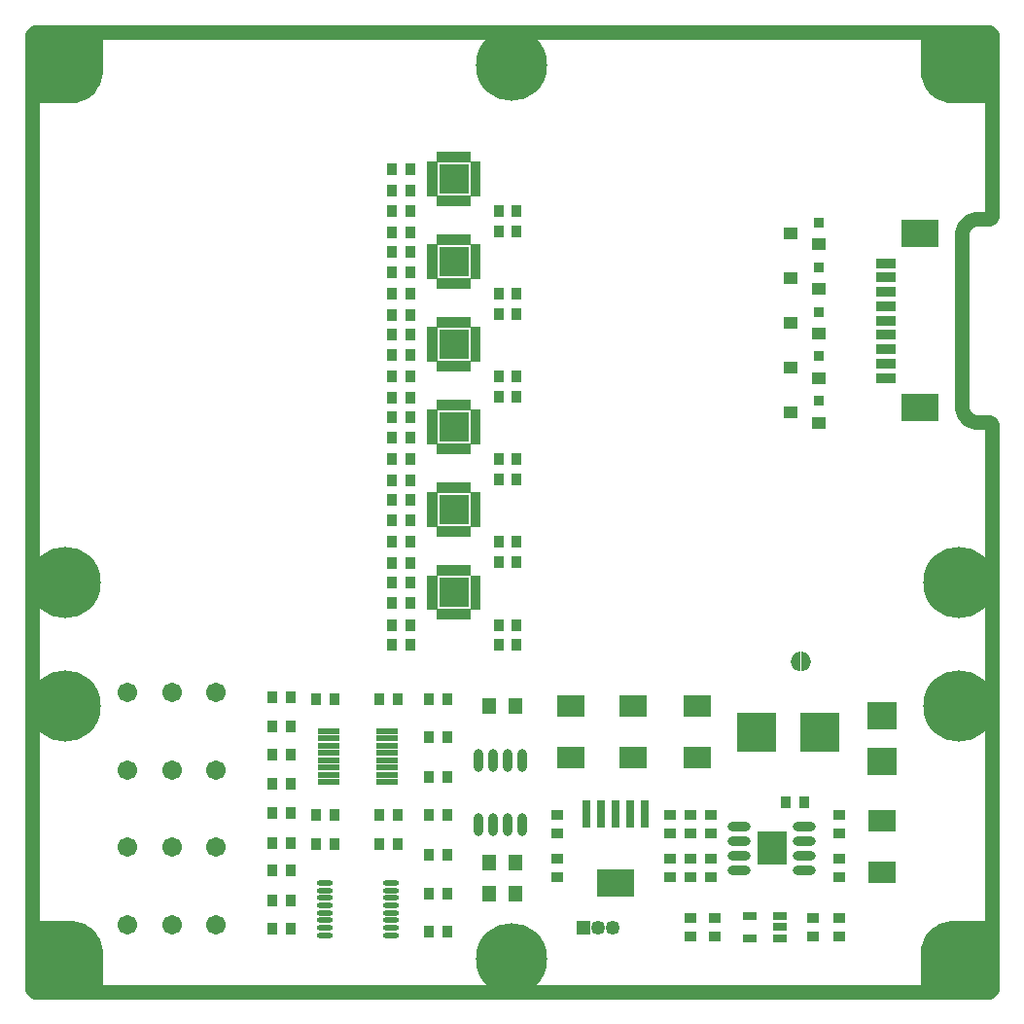
<source format=gbr>
G04*
G04 #@! TF.GenerationSoftware,Altium Limited,Altium Designer,24.1.2 (44)*
G04*
G04 Layer_Color=8388736*
%FSLAX44Y44*%
%MOMM*%
G71*
G04*
G04 #@! TF.SameCoordinates,3BC2EB0B-6767-42E0-924D-B7E7D9DA3A94*
G04*
G04*
G04 #@! TF.FilePolarity,Negative*
G04*
G01*
G75*
%ADD22R,1.2696X1.3462*%
%ADD27R,0.9500X0.9000*%
%ADD29R,1.7018X0.8128*%
%ADD40C,1.2700*%
%ADD41R,2.6000X2.6000*%
%ADD42R,0.9032X1.0032*%
%ADD43O,0.8032X2.0032*%
%ADD44C,1.7032*%
%ADD45R,1.0032X0.9032*%
%ADD46R,1.2032X0.8032*%
%ADD47R,2.4622X1.9796*%
%ADD48R,1.1532X1.1032*%
%ADD49R,2.5032X2.4892*%
%ADD50R,3.3020X2.4130*%
%ADD51R,3.5032X3.3532*%
%ADD52O,2.0032X0.8032*%
%ADD53R,2.5032X3.0032*%
%ADD54R,3.2725X2.4455*%
%ADD55R,0.7325X2.4455*%
%ADD56O,1.4000X0.4500*%
%ADD57R,1.9000X0.5000*%
%ADD58C,1.0032*%
%ADD59C,6.2032*%
%ADD60R,1.2532X1.2532*%
%ADD61C,1.2532*%
%ADD62C,0.6032*%
G36*
X843526Y781000D02*
X809293D01*
Y781000D01*
X807438Y781000D01*
X803761Y781484D01*
X800179Y782444D01*
X796752Y783863D01*
X793540Y785718D01*
X790598Y787975D01*
X787975Y790598D01*
X785718Y793540D01*
X783863Y796752D01*
X782444Y800179D01*
X781484Y803761D01*
X781000Y807438D01*
X781000Y809293D01*
X781000Y843526D01*
X843526D01*
Y781000D01*
D02*
G37*
G36*
X69000Y809293D02*
X69000D01*
X69000Y807438D01*
X68516Y803761D01*
X67556Y800179D01*
X66137Y796752D01*
X64282Y793540D01*
X62024Y790598D01*
X59402Y787975D01*
X56460Y785718D01*
X53248Y783863D01*
X49821Y782444D01*
X46239Y781484D01*
X42562Y781000D01*
X40707Y781000D01*
X6474Y781000D01*
Y843526D01*
X69000D01*
Y809293D01*
D02*
G37*
G36*
X379350Y729499D02*
X369350D01*
Y738549D01*
X379350D01*
Y729499D01*
D02*
G37*
G36*
X389350Y730000D02*
X397899D01*
Y725000D01*
Y720000D01*
X388849D01*
Y725000D01*
Y729499D01*
X379350D01*
Y738549D01*
X389350D01*
Y730000D01*
D02*
G37*
G36*
X369350Y729499D02*
X359851D01*
Y725000D01*
Y720000D01*
X350801D01*
Y725000D01*
Y730000D01*
X359350D01*
Y738549D01*
X369350D01*
Y729499D01*
D02*
G37*
G36*
X397899Y715000D02*
Y710000D01*
X388849D01*
Y715000D01*
Y720000D01*
X397899D01*
Y715000D01*
D02*
G37*
G36*
X359851D02*
Y710000D01*
X350801D01*
Y715000D01*
Y720000D01*
X359851D01*
Y715000D01*
D02*
G37*
G36*
X397899Y705000D02*
Y700000D01*
X389350D01*
Y691451D01*
X379350D01*
Y700501D01*
X388849D01*
Y705000D01*
Y710000D01*
X397899D01*
Y705000D01*
D02*
G37*
G36*
X379350Y691451D02*
X369350D01*
Y700501D01*
X379350D01*
Y691451D01*
D02*
G37*
G36*
X359851Y705000D02*
Y700501D01*
X369350D01*
Y691451D01*
X359350D01*
Y700000D01*
X350801D01*
Y705000D01*
Y710000D01*
X359851D01*
Y705000D01*
D02*
G37*
G36*
X384350Y657499D02*
X364350D01*
Y666549D01*
X384350D01*
Y657499D01*
D02*
G37*
G36*
X389350Y658000D02*
X397899D01*
Y653000D01*
X388849D01*
Y657499D01*
X384350D01*
Y666549D01*
X389350D01*
Y658000D01*
D02*
G37*
G36*
X364350Y657499D02*
X359851D01*
Y653000D01*
X350801D01*
Y658000D01*
X359350D01*
Y666549D01*
X364350D01*
Y657499D01*
D02*
G37*
G36*
X397899Y648000D02*
Y643000D01*
Y638000D01*
Y633000D01*
X388849D01*
Y638000D01*
Y643000D01*
Y648000D01*
Y653000D01*
X397899D01*
Y648000D01*
D02*
G37*
G36*
X359851D02*
Y643000D01*
Y638000D01*
Y633000D01*
X350801D01*
Y638000D01*
Y643000D01*
Y648000D01*
Y653000D01*
X359851D01*
Y648000D01*
D02*
G37*
G36*
X397899Y628000D02*
X389350D01*
Y619451D01*
X384350D01*
Y628501D01*
X388849D01*
Y633000D01*
X397899D01*
Y628000D01*
D02*
G37*
G36*
X384350Y619451D02*
X364350D01*
Y628501D01*
X384350D01*
Y619451D01*
D02*
G37*
G36*
X359851Y628501D02*
X364350D01*
Y619451D01*
X359350D01*
Y628000D01*
X350801D01*
Y633000D01*
X359851D01*
Y628501D01*
D02*
G37*
G36*
X379350Y585499D02*
X369350D01*
Y594549D01*
X379350D01*
Y585499D01*
D02*
G37*
G36*
X389350Y586000D02*
X397899D01*
Y581000D01*
Y576000D01*
X388849D01*
Y581000D01*
Y585499D01*
X379350D01*
Y594549D01*
X389350D01*
Y586000D01*
D02*
G37*
G36*
X369350Y585499D02*
X359851D01*
Y581000D01*
Y576000D01*
X350801D01*
Y581000D01*
Y586000D01*
X359350D01*
Y594549D01*
X369350D01*
Y585499D01*
D02*
G37*
G36*
X397899Y571000D02*
Y566000D01*
X388849D01*
Y571000D01*
Y576000D01*
X397899D01*
Y571000D01*
D02*
G37*
G36*
X359851D02*
Y566000D01*
X350801D01*
Y571000D01*
Y576000D01*
X359851D01*
Y571000D01*
D02*
G37*
G36*
X397899Y561000D02*
Y556000D01*
X389350D01*
Y547451D01*
X379350D01*
Y556501D01*
X388849D01*
Y561000D01*
Y566000D01*
X397899D01*
Y561000D01*
D02*
G37*
G36*
X379350Y547451D02*
X369350D01*
Y556501D01*
X379350D01*
Y547451D01*
D02*
G37*
G36*
X359851Y561000D02*
Y556501D01*
X369350D01*
Y547451D01*
X359350D01*
Y556000D01*
X350801D01*
Y561000D01*
Y566000D01*
X359851D01*
Y561000D01*
D02*
G37*
G36*
X379350Y513499D02*
X369350D01*
Y522549D01*
X379350D01*
Y513499D01*
D02*
G37*
G36*
X389350Y514000D02*
X397899D01*
Y509000D01*
Y504000D01*
X388849D01*
Y509000D01*
Y513499D01*
X379350D01*
Y522549D01*
X389350D01*
Y514000D01*
D02*
G37*
G36*
X369350Y513499D02*
X359851D01*
Y509000D01*
Y504000D01*
X350801D01*
Y509000D01*
Y514000D01*
X359350D01*
Y522549D01*
X369350D01*
Y513499D01*
D02*
G37*
G36*
X397899Y499000D02*
Y494000D01*
X388849D01*
Y499000D01*
Y504000D01*
X397899D01*
Y499000D01*
D02*
G37*
G36*
X359851D02*
Y494000D01*
X350801D01*
Y499000D01*
Y504000D01*
X359851D01*
Y499000D01*
D02*
G37*
G36*
X397899Y489000D02*
Y484000D01*
X389350D01*
Y475451D01*
X379350D01*
Y484501D01*
X388849D01*
Y489000D01*
Y494000D01*
X397899D01*
Y489000D01*
D02*
G37*
G36*
X379350Y475451D02*
X369350D01*
Y484501D01*
X379350D01*
Y475451D01*
D02*
G37*
G36*
X359851Y489000D02*
Y484501D01*
X369350D01*
Y475451D01*
X359350D01*
Y484000D01*
X350801D01*
Y489000D01*
Y494000D01*
X359851D01*
Y489000D01*
D02*
G37*
G36*
X379350Y441499D02*
X369350D01*
Y450549D01*
X379350D01*
Y441499D01*
D02*
G37*
G36*
X389350Y442000D02*
X397899D01*
Y437000D01*
Y432000D01*
X388849D01*
Y437000D01*
Y441499D01*
X379350D01*
Y450549D01*
X389350D01*
Y442000D01*
D02*
G37*
G36*
X369350Y441499D02*
X359851D01*
Y437000D01*
Y432000D01*
X350801D01*
Y437000D01*
Y442000D01*
X359350D01*
Y450549D01*
X369350D01*
Y441499D01*
D02*
G37*
G36*
X397899Y427000D02*
Y422000D01*
X388849D01*
Y427000D01*
Y432000D01*
X397899D01*
Y427000D01*
D02*
G37*
G36*
X359851D02*
Y422000D01*
X350801D01*
Y427000D01*
Y432000D01*
X359851D01*
Y427000D01*
D02*
G37*
G36*
X397899Y417000D02*
Y412000D01*
X389350D01*
Y403451D01*
X379350D01*
Y412501D01*
X388849D01*
Y417000D01*
Y422000D01*
X397899D01*
Y417000D01*
D02*
G37*
G36*
X379350Y403451D02*
X369350D01*
Y412501D01*
X379350D01*
Y403451D01*
D02*
G37*
G36*
X359851Y417000D02*
Y412501D01*
X369350D01*
Y403451D01*
X359350D01*
Y412000D01*
X350801D01*
Y417000D01*
Y422000D01*
X359851D01*
Y417000D01*
D02*
G37*
G36*
X379350Y369499D02*
X369350D01*
Y378549D01*
X379350D01*
Y369499D01*
D02*
G37*
G36*
X389350Y370000D02*
X397899D01*
Y365000D01*
Y360000D01*
X388849D01*
Y365000D01*
Y369499D01*
X379350D01*
Y378549D01*
X389350D01*
Y370000D01*
D02*
G37*
G36*
X369350Y369499D02*
X359851D01*
Y365000D01*
Y360000D01*
X350801D01*
Y365000D01*
Y370000D01*
X359350D01*
Y378549D01*
X369350D01*
Y369499D01*
D02*
G37*
G36*
X397899Y355000D02*
Y350000D01*
X388849D01*
Y355000D01*
Y360000D01*
X397899D01*
Y355000D01*
D02*
G37*
G36*
X359851D02*
Y350000D01*
X350801D01*
Y355000D01*
Y360000D01*
X359851D01*
Y355000D01*
D02*
G37*
G36*
X397899Y345000D02*
Y340000D01*
X389350D01*
Y331451D01*
X379350D01*
Y340501D01*
X388849D01*
Y345000D01*
Y350000D01*
X397899D01*
Y345000D01*
D02*
G37*
G36*
X379350Y331451D02*
X369350D01*
Y340501D01*
X379350D01*
Y331451D01*
D02*
G37*
G36*
X359851Y345000D02*
Y340501D01*
X369350D01*
Y331451D01*
X359350D01*
Y340000D01*
X350801D01*
Y345000D01*
Y350000D01*
X359851D01*
Y345000D01*
D02*
G37*
G36*
X675222Y303401D02*
X675266Y303400D01*
X675288Y303397D01*
X675311Y303396D01*
X675354Y303387D01*
X675398Y303380D01*
X675419Y303374D01*
X675441Y303370D01*
X675484Y303355D01*
X675526Y303343D01*
X675546Y303334D01*
X675567Y303327D01*
X675608Y303307D01*
X675648Y303289D01*
X675667Y303278D01*
X675687Y303268D01*
X675724Y303243D01*
X675762Y303220D01*
X675779Y303206D01*
X675798Y303194D01*
X675831Y303164D01*
X675865Y303137D01*
X675881Y303121D01*
X675898Y303106D01*
X675927Y303072D01*
X675958Y303041D01*
X675971Y303023D01*
X675985Y303006D01*
X676010Y302969D01*
X676036Y302933D01*
X676047Y302914D01*
X676059Y302895D01*
X676079Y302855D01*
X676100Y302816D01*
X676108Y302796D01*
X676118Y302776D01*
X676133Y302733D01*
X676149Y302692D01*
X676154Y302671D01*
X676161Y302650D01*
X676170Y302606D01*
X676180Y302563D01*
X676183Y302541D01*
X676187Y302519D01*
X676190Y302474D01*
X676195Y302430D01*
X676194Y302409D01*
X676196Y302386D01*
X676196Y287614D01*
X676194Y287592D01*
X676195Y287570D01*
X676190Y287525D01*
X676187Y287481D01*
X676183Y287459D01*
X676180Y287437D01*
X676170Y287394D01*
X676161Y287350D01*
X676154Y287329D01*
X676149Y287308D01*
X676133Y287267D01*
X676118Y287224D01*
X676108Y287204D01*
X676100Y287184D01*
X676079Y287145D01*
X676059Y287105D01*
X676047Y287087D01*
X676036Y287067D01*
X676010Y287031D01*
X675985Y286994D01*
X675971Y286977D01*
X675957Y286959D01*
X675927Y286927D01*
X675898Y286894D01*
X675881Y286879D01*
X675865Y286863D01*
X675831Y286835D01*
X675797Y286806D01*
X675779Y286794D01*
X675762Y286780D01*
X675724Y286757D01*
X675687Y286732D01*
X675667Y286722D01*
X675648Y286711D01*
X675607Y286693D01*
X675567Y286673D01*
X675546Y286666D01*
X675526Y286657D01*
X675483Y286645D01*
X675441Y286630D01*
X675419Y286626D01*
X675398Y286620D01*
X675354Y286613D01*
X675311Y286604D01*
X675288Y286603D01*
X675266Y286600D01*
X675222Y286599D01*
X675178Y286596D01*
X675155Y286597D01*
X675133Y286597D01*
X675089Y286602D01*
X675045Y286604D01*
X675023Y286609D01*
X675001Y286611D01*
X674484Y286702D01*
X674480Y286703D01*
X674476Y286704D01*
X674415Y286719D01*
X674355Y286734D01*
X674351Y286735D01*
X674346Y286737D01*
X673349Y287061D01*
X673345Y287062D01*
X673341Y287064D01*
X673283Y287087D01*
X673225Y287110D01*
X673221Y287112D01*
X673217Y287114D01*
X672274Y287574D01*
X672271Y287576D01*
X672266Y287578D01*
X672212Y287609D01*
X672159Y287640D01*
X672155Y287643D01*
X672151Y287645D01*
X671282Y288231D01*
X671279Y288234D01*
X671275Y288236D01*
X671224Y288276D01*
X671177Y288313D01*
X671174Y288316D01*
X671170Y288319D01*
X670390Y289021D01*
X670387Y289024D01*
X670384Y289027D01*
X670341Y289072D01*
X670297Y289116D01*
X670295Y289119D01*
X670292Y289123D01*
X669618Y289926D01*
X669615Y289930D01*
X669612Y289933D01*
X669576Y289983D01*
X669539Y290034D01*
X669537Y290038D01*
X669534Y290041D01*
X668978Y290931D01*
X668976Y290935D01*
X668974Y290938D01*
X668945Y290993D01*
X668915Y291048D01*
X668914Y291052D01*
X668912Y291056D01*
X668485Y292015D01*
X668483Y292019D01*
X668481Y292023D01*
X668461Y292080D01*
X668439Y292139D01*
X668438Y292144D01*
X668436Y292148D01*
X668147Y293156D01*
X668146Y293160D01*
X668145Y293165D01*
X668132Y293226D01*
X668119Y293286D01*
X668119Y293291D01*
X668118Y293295D01*
X667972Y294334D01*
X667971Y294338D01*
X667971Y294343D01*
X667966Y294405D01*
X667962Y294467D01*
X667962Y294471D01*
X667962Y294476D01*
Y295524D01*
X667962Y295529D01*
X667962Y295533D01*
X667966Y295595D01*
X667971Y295657D01*
X667971Y295662D01*
X667972Y295666D01*
X668118Y296705D01*
X668119Y296709D01*
X668119Y296714D01*
X668132Y296774D01*
X668145Y296835D01*
X668146Y296840D01*
X668147Y296844D01*
X668436Y297852D01*
X668438Y297856D01*
X668439Y297861D01*
X668461Y297920D01*
X668481Y297977D01*
X668483Y297981D01*
X668485Y297985D01*
X668912Y298944D01*
X668914Y298948D01*
X668915Y298952D01*
X668945Y299007D01*
X668974Y299062D01*
X668976Y299065D01*
X668978Y299069D01*
X669534Y299959D01*
X669537Y299962D01*
X669539Y299966D01*
X669575Y300016D01*
X669612Y300067D01*
X669615Y300070D01*
X669618Y300074D01*
X670292Y300877D01*
X670295Y300880D01*
X670297Y300884D01*
X670341Y300928D01*
X670384Y300973D01*
X670387Y300976D01*
X670390Y300979D01*
X671170Y301681D01*
X671173Y301684D01*
X671177Y301687D01*
X671225Y301724D01*
X671275Y301764D01*
X671279Y301766D01*
X671282Y301769D01*
X672151Y302355D01*
X672155Y302357D01*
X672159Y302360D01*
X672213Y302391D01*
X672266Y302422D01*
X672271Y302424D01*
X672274Y302426D01*
X673217Y302886D01*
X673221Y302888D01*
X673225Y302890D01*
X673283Y302913D01*
X673341Y302936D01*
X673345Y302938D01*
X673349Y302939D01*
X674346Y303263D01*
X674351Y303264D01*
X674355Y303266D01*
X674414Y303281D01*
X674475Y303296D01*
X674480Y303297D01*
X674484Y303298D01*
X675001Y303389D01*
X675023Y303391D01*
X675045Y303396D01*
X675089Y303398D01*
X675133Y303403D01*
X675155Y303403D01*
X675178Y303404D01*
X675178D01*
X675222Y303401D01*
D02*
G37*
G36*
X677804Y303403D02*
X677827Y303403D01*
X677871Y303398D01*
X677915Y303396D01*
X677937Y303391D01*
X677959Y303389D01*
X678476Y303298D01*
X678480Y303297D01*
X678484Y303296D01*
X678545Y303281D01*
X678605Y303266D01*
X678609Y303264D01*
X678614Y303263D01*
X679611Y302939D01*
X679615Y302938D01*
X679620Y302936D01*
X679677Y302913D01*
X679735Y302890D01*
X679739Y302888D01*
X679743Y302886D01*
X680686Y302426D01*
X680689Y302424D01*
X680694Y302422D01*
X680748Y302391D01*
X680801Y302360D01*
X680805Y302357D01*
X680808Y302355D01*
X681678Y301769D01*
X681682Y301766D01*
X681685Y301764D01*
X681736Y301724D01*
X681783Y301687D01*
X681786Y301684D01*
X681790Y301681D01*
X682570Y300979D01*
X682573Y300976D01*
X682576Y300973D01*
X682619Y300928D01*
X682662Y300884D01*
X682665Y300880D01*
X682668Y300877D01*
X683342Y300074D01*
X683345Y300070D01*
X683348Y300067D01*
X683384Y300017D01*
X683421Y299966D01*
X683423Y299962D01*
X683426Y299959D01*
X683982Y299069D01*
X683984Y299065D01*
X683986Y299062D01*
X684015Y299007D01*
X684045Y298952D01*
X684046Y298948D01*
X684048Y298944D01*
X684475Y297985D01*
X684477Y297981D01*
X684479Y297977D01*
X684499Y297920D01*
X684521Y297861D01*
X684522Y297856D01*
X684524Y297852D01*
X684813Y296844D01*
X684814Y296840D01*
X684815Y296835D01*
X684828Y296774D01*
X684841Y296714D01*
X684841Y296709D01*
X684842Y296705D01*
X684988Y295666D01*
X684989Y295662D01*
X684989Y295657D01*
X684994Y295595D01*
X684998Y295533D01*
X684998Y295529D01*
X684998Y295524D01*
Y294476D01*
X684998Y294471D01*
X684998Y294467D01*
X684994Y294405D01*
X684989Y294343D01*
X684989Y294338D01*
X684988Y294334D01*
X684842Y293295D01*
X684841Y293291D01*
X684841Y293286D01*
X684828Y293226D01*
X684815Y293165D01*
X684814Y293160D01*
X684813Y293156D01*
X684524Y292148D01*
X684522Y292144D01*
X684521Y292139D01*
X684499Y292080D01*
X684479Y292023D01*
X684477Y292019D01*
X684475Y292015D01*
X684048Y291056D01*
X684046Y291052D01*
X684045Y291048D01*
X684015Y290993D01*
X683986Y290938D01*
X683984Y290935D01*
X683982Y290931D01*
X683426Y290041D01*
X683423Y290037D01*
X683421Y290034D01*
X683385Y289984D01*
X683348Y289933D01*
X683345Y289930D01*
X683342Y289926D01*
X682668Y289123D01*
X682665Y289119D01*
X682662Y289116D01*
X682619Y289072D01*
X682576Y289027D01*
X682573Y289024D01*
X682570Y289021D01*
X681790Y288319D01*
X681786Y288316D01*
X681783Y288313D01*
X681735Y288276D01*
X681685Y288236D01*
X681682Y288234D01*
X681678Y288231D01*
X680808Y287645D01*
X680805Y287643D01*
X680801Y287640D01*
X680747Y287609D01*
X680694Y287578D01*
X680689Y287576D01*
X680686Y287574D01*
X679743Y287114D01*
X679739Y287112D01*
X679735Y287110D01*
X679677Y287087D01*
X679620Y287064D01*
X679615Y287062D01*
X679611Y287061D01*
X678614Y286737D01*
X678609Y286735D01*
X678605Y286734D01*
X678546Y286719D01*
X678484Y286704D01*
X678480Y286703D01*
X678476Y286702D01*
X677959Y286611D01*
X677937Y286609D01*
X677915Y286604D01*
X677871Y286602D01*
X677827Y286597D01*
X677804Y286597D01*
X677782Y286596D01*
X677782D01*
X677738Y286599D01*
X677694Y286600D01*
X677672Y286603D01*
X677649Y286604D01*
X677606Y286613D01*
X677562Y286620D01*
X677541Y286626D01*
X677519Y286630D01*
X677476Y286645D01*
X677434Y286657D01*
X677414Y286666D01*
X677393Y286673D01*
X677353Y286693D01*
X677312Y286711D01*
X677293Y286722D01*
X677273Y286732D01*
X677236Y286757D01*
X677198Y286780D01*
X677181Y286794D01*
X677162Y286806D01*
X677129Y286836D01*
X677094Y286863D01*
X677079Y286879D01*
X677062Y286894D01*
X677033Y286928D01*
X677002Y286959D01*
X676989Y286977D01*
X676975Y286994D01*
X676950Y287031D01*
X676924Y287067D01*
X676913Y287086D01*
X676901Y287105D01*
X676881Y287145D01*
X676860Y287184D01*
X676852Y287204D01*
X676842Y287224D01*
X676827Y287267D01*
X676811Y287308D01*
X676806Y287329D01*
X676799Y287350D01*
X676790Y287394D01*
X676780Y287437D01*
X676777Y287459D01*
X676773Y287481D01*
X676770Y287526D01*
X676765Y287570D01*
X676766Y287591D01*
X676764Y287614D01*
X676764Y302386D01*
X676766Y302408D01*
X676765Y302430D01*
X676770Y302475D01*
X676773Y302519D01*
X676777Y302541D01*
X676780Y302563D01*
X676790Y302606D01*
X676799Y302650D01*
X676806Y302671D01*
X676811Y302692D01*
X676827Y302733D01*
X676842Y302776D01*
X676852Y302796D01*
X676860Y302816D01*
X676881Y302855D01*
X676901Y302895D01*
X676913Y302913D01*
X676924Y302933D01*
X676950Y302969D01*
X676975Y303006D01*
X676989Y303023D01*
X677002Y303041D01*
X677033Y303072D01*
X677062Y303106D01*
X677079Y303121D01*
X677094Y303137D01*
X677129Y303165D01*
X677162Y303194D01*
X677181Y303206D01*
X677198Y303220D01*
X677236Y303243D01*
X677273Y303268D01*
X677293Y303278D01*
X677312Y303289D01*
X677353Y303307D01*
X677393Y303327D01*
X677414Y303334D01*
X677434Y303343D01*
X677476Y303355D01*
X677519Y303370D01*
X677541Y303374D01*
X677562Y303380D01*
X677606Y303387D01*
X677650Y303396D01*
X677672Y303397D01*
X677694Y303400D01*
X677738Y303401D01*
X677782Y303404D01*
X677804Y303403D01*
D02*
G37*
G36*
X843526Y6474D02*
X781000D01*
Y40707D01*
X781000Y40707D01*
X781000Y40707D01*
X781000Y42562D01*
X781484Y46239D01*
X782444Y49821D01*
X783863Y53248D01*
X785718Y56460D01*
X787975Y59402D01*
X790598Y62024D01*
X793540Y64282D01*
X796752Y66137D01*
X800179Y67556D01*
X803761Y68516D01*
X807438Y69000D01*
X809293Y69000D01*
X843526Y69000D01*
Y6474D01*
D02*
G37*
G36*
X40707Y69000D02*
X42562Y69000D01*
X46239Y68516D01*
X49821Y67556D01*
X53248Y66137D01*
X56460Y64282D01*
X59402Y62024D01*
X62024Y59402D01*
X64282Y56460D01*
X66137Y53248D01*
X67556Y49821D01*
X68516Y46239D01*
X69000Y42562D01*
X69000Y40707D01*
X69000D01*
X69000Y40707D01*
Y6474D01*
X6474D01*
Y69000D01*
X40707Y69000D01*
D02*
G37*
D22*
X428216Y93119D02*
D03*
X405352D02*
D03*
X428216Y119554D02*
D03*
X405352D02*
D03*
X427604Y256278D02*
D03*
X404740D02*
D03*
D27*
X692484Y521644D02*
D03*
Y560536D02*
D03*
Y599428D02*
D03*
Y638320D02*
D03*
Y677211D02*
D03*
D29*
X750955Y541752D02*
D03*
Y554252D02*
D03*
Y566752D02*
D03*
Y579252D02*
D03*
Y591752D02*
D03*
Y604252D02*
D03*
Y616752D02*
D03*
Y629252D02*
D03*
Y641752D02*
D03*
D40*
X843150Y500497D02*
X842227Y502724D01*
X840000Y503647D01*
X838000Y6850D02*
X840575Y7540D01*
X842460Y9425D01*
X843150Y12000D01*
X840000Y679908D02*
X842227Y680830D01*
X843150Y683057D01*
X12000Y843150D02*
X9425Y842460D01*
X7540Y840575D01*
X6850Y838000D01*
X843150Y838000D02*
X842460Y840575D01*
X840575Y842460D01*
X838000Y843150D01*
X6850Y12000D02*
X7540Y9425D01*
X9425Y7540D01*
X12000Y6850D01*
X828860Y679908D02*
X826223Y679610D01*
X823719Y678734D01*
X821472Y677322D01*
X819595Y675446D01*
X818184Y673199D01*
X817307Y670694D01*
X817010Y668057D01*
Y515497D02*
X817307Y512860D01*
X818184Y510356D01*
X819595Y508109D01*
X821472Y506232D01*
X823719Y504821D01*
X826223Y503944D01*
X828860Y503647D01*
X843150Y683099D02*
Y838000D01*
X12059Y6850D02*
X838000D01*
X828860Y679908D02*
X840000D01*
X6850Y12000D02*
Y837941D01*
X843150Y12042D02*
Y500497D01*
X817010Y515497D02*
Y668057D01*
X828860Y503647D02*
X840000D01*
X12000Y843150D02*
X837941D01*
D41*
X374350Y715000D02*
D03*
Y643000D02*
D03*
Y571000D02*
D03*
Y499000D02*
D03*
Y427000D02*
D03*
Y355000D02*
D03*
D42*
X232548Y263917D02*
D03*
X216548D02*
D03*
X320459Y723083D02*
D03*
X336459D02*
D03*
X336457Y704950D02*
D03*
X320457D02*
D03*
X320459Y651628D02*
D03*
X336459D02*
D03*
X336457Y633672D02*
D03*
X320457D02*
D03*
X320459Y579628D02*
D03*
X336459D02*
D03*
X336457Y561672D02*
D03*
X320457D02*
D03*
X320459Y507628D02*
D03*
X336459D02*
D03*
X336457Y489672D02*
D03*
X320457D02*
D03*
X320459Y435628D02*
D03*
X336459D02*
D03*
X336457Y417672D02*
D03*
X320457D02*
D03*
X320459Y363628D02*
D03*
X336459D02*
D03*
X336457Y345671D02*
D03*
X320457D02*
D03*
X320458Y452684D02*
D03*
X336458D02*
D03*
X232548Y136981D02*
D03*
X216548D02*
D03*
Y163088D02*
D03*
X232548D02*
D03*
X216548Y188295D02*
D03*
X232548D02*
D03*
X216548Y213503D02*
D03*
X232548D02*
D03*
X232550Y238710D02*
D03*
X216550D02*
D03*
X216550Y112674D02*
D03*
X232550D02*
D03*
X232549Y86567D02*
D03*
X216549D02*
D03*
X216548Y62260D02*
D03*
X232548D02*
D03*
X309710Y135881D02*
D03*
X325710D02*
D03*
X336458Y309184D02*
D03*
X320458D02*
D03*
X663560Y172720D02*
D03*
X679560D02*
D03*
X270441Y135881D02*
D03*
X254441D02*
D03*
X254442Y261917D02*
D03*
X270442D02*
D03*
X325711D02*
D03*
X309711D02*
D03*
X270442Y161088D02*
D03*
X254442D02*
D03*
X309711D02*
D03*
X325711D02*
D03*
X368679Y229057D02*
D03*
X352679D02*
D03*
X352681Y161539D02*
D03*
X368681D02*
D03*
X352680Y194398D02*
D03*
X368680D02*
D03*
X368680Y261917D02*
D03*
X352680D02*
D03*
X368680Y126879D02*
D03*
X352680D02*
D03*
X368680Y59360D02*
D03*
X352680D02*
D03*
X368680Y93119D02*
D03*
X352680D02*
D03*
X413244Y470816D02*
D03*
X429244D02*
D03*
X413244Y686816D02*
D03*
X429244D02*
D03*
X429242Y669584D02*
D03*
X413242D02*
D03*
X413244Y614816D02*
D03*
X429244D02*
D03*
X429242Y597584D02*
D03*
X413242D02*
D03*
X413244Y542816D02*
D03*
X429244D02*
D03*
X429242Y525584D02*
D03*
X413242D02*
D03*
X429242Y453584D02*
D03*
X413242D02*
D03*
X413244Y398816D02*
D03*
X429244D02*
D03*
X429242Y381584D02*
D03*
X413242D02*
D03*
Y326814D02*
D03*
X429242D02*
D03*
Y309584D02*
D03*
X413242D02*
D03*
X320458Y614816D02*
D03*
X336458D02*
D03*
X320458Y668684D02*
D03*
X336458D02*
D03*
X320458Y542816D02*
D03*
X336458D02*
D03*
X320458Y596684D02*
D03*
X336458D02*
D03*
X320458Y524684D02*
D03*
X336458D02*
D03*
X320458Y380684D02*
D03*
X336458D02*
D03*
Y470816D02*
D03*
X320458D02*
D03*
Y398816D02*
D03*
X336458D02*
D03*
X320460Y326814D02*
D03*
X336460D02*
D03*
X320458Y686816D02*
D03*
X336458D02*
D03*
D43*
X434072Y208922D02*
D03*
X421372D02*
D03*
X408672D02*
D03*
X395972D02*
D03*
X434072Y152422D02*
D03*
X421372D02*
D03*
X408672D02*
D03*
X395972D02*
D03*
D44*
X90000Y267627D02*
D03*
X167640Y267627D02*
D03*
X128820D02*
D03*
X167640Y200373D02*
D03*
X128820D02*
D03*
X90000D02*
D03*
Y65866D02*
D03*
X128820D02*
D03*
X167640D02*
D03*
Y133120D02*
D03*
X128820D02*
D03*
X90000D02*
D03*
D45*
X709740Y71671D02*
D03*
Y55671D02*
D03*
X580670Y71671D02*
D03*
Y55671D02*
D03*
X687080D02*
D03*
Y71671D02*
D03*
X601970D02*
D03*
Y55671D02*
D03*
X709740Y123053D02*
D03*
Y107053D02*
D03*
X580670Y123054D02*
D03*
Y107054D02*
D03*
X709740Y161169D02*
D03*
Y145169D02*
D03*
X580670Y161170D02*
D03*
Y145170D02*
D03*
X597970Y123054D02*
D03*
Y107054D02*
D03*
Y161170D02*
D03*
Y145170D02*
D03*
X562469Y107054D02*
D03*
Y123054D02*
D03*
X464820Y107054D02*
D03*
Y123054D02*
D03*
Y145169D02*
D03*
Y161169D02*
D03*
X562469Y145169D02*
D03*
Y161169D02*
D03*
D46*
X632410Y54171D02*
D03*
Y73171D02*
D03*
X657910D02*
D03*
Y63671D02*
D03*
Y54171D02*
D03*
D47*
X747061Y156464D02*
D03*
Y111760D02*
D03*
X586740Y211328D02*
D03*
Y256032D02*
D03*
X530860D02*
D03*
Y211328D02*
D03*
X476120Y256151D02*
D03*
Y211447D02*
D03*
D48*
X667484Y512144D02*
D03*
X692484Y502644D02*
D03*
X667484Y551036D02*
D03*
X692484Y541536D02*
D03*
X667484Y589928D02*
D03*
X692484Y580428D02*
D03*
X667484Y628820D02*
D03*
X692484Y619320D02*
D03*
Y658211D02*
D03*
X667484Y667711D02*
D03*
D49*
X747061Y207957D02*
D03*
Y247957D02*
D03*
D50*
X779955Y667252D02*
D03*
Y516252D02*
D03*
D51*
X692980Y233680D02*
D03*
X637980D02*
D03*
D52*
X623060Y151384D02*
D03*
Y138684D02*
D03*
Y125984D02*
D03*
Y113284D02*
D03*
X679560Y151384D02*
D03*
Y138684D02*
D03*
Y125984D02*
D03*
Y113284D02*
D03*
D53*
X651310Y132334D02*
D03*
D54*
X515620Y101977D02*
D03*
D55*
X490220Y162183D02*
D03*
X502920D02*
D03*
X515620D02*
D03*
X528320D02*
D03*
X541020D02*
D03*
D56*
X262426Y102010D02*
D03*
Y95510D02*
D03*
Y89010D02*
D03*
Y82510D02*
D03*
Y76010D02*
D03*
Y69510D02*
D03*
Y63010D02*
D03*
Y56510D02*
D03*
X319426Y102010D02*
D03*
Y95510D02*
D03*
Y89010D02*
D03*
Y82510D02*
D03*
Y76010D02*
D03*
Y69510D02*
D03*
Y63010D02*
D03*
Y56510D02*
D03*
D57*
X316453Y234177D02*
D03*
Y227827D02*
D03*
Y221477D02*
D03*
Y215127D02*
D03*
Y208777D02*
D03*
Y202427D02*
D03*
Y196077D02*
D03*
Y189727D02*
D03*
X265399D02*
D03*
Y196077D02*
D03*
Y202427D02*
D03*
Y208777D02*
D03*
Y215127D02*
D03*
Y221477D02*
D03*
Y227827D02*
D03*
Y234177D02*
D03*
D58*
X446120Y27252D02*
D03*
X416252Y14880D02*
D03*
X403880Y44748D02*
D03*
X433748Y57120D02*
D03*
X446120Y44748D02*
D03*
X433748Y14880D02*
D03*
X403880Y27252D02*
D03*
X416252Y57120D02*
D03*
X446120Y805252D02*
D03*
X416252Y792880D02*
D03*
X403880Y822748D02*
D03*
X433748Y835120D02*
D03*
X446120Y822748D02*
D03*
X433748Y792880D02*
D03*
X403880Y805252D02*
D03*
X416252Y835120D02*
D03*
X27252D02*
D03*
X14880Y805252D02*
D03*
X44748Y792880D02*
D03*
X57120Y822748D02*
D03*
X44748Y835120D02*
D03*
X14880Y822748D02*
D03*
X27252Y792880D02*
D03*
X57120Y805252D02*
D03*
X27252Y277120D02*
D03*
X14880Y247252D02*
D03*
X44748Y234880D02*
D03*
X57120Y264748D02*
D03*
X44748Y277120D02*
D03*
X14880Y264748D02*
D03*
X27252Y234880D02*
D03*
X57120Y247252D02*
D03*
X27252Y385120D02*
D03*
X14880Y355252D02*
D03*
X44748Y342880D02*
D03*
X57120Y372748D02*
D03*
X44748Y385120D02*
D03*
X14880Y372748D02*
D03*
X27252Y342880D02*
D03*
X57120Y355252D02*
D03*
X805729Y277120D02*
D03*
X793357Y247252D02*
D03*
X823225Y234880D02*
D03*
X835597Y264748D02*
D03*
X823225Y277120D02*
D03*
X793357Y264748D02*
D03*
X805729Y234880D02*
D03*
X835597Y247252D02*
D03*
X805252Y385120D02*
D03*
X792880Y355252D02*
D03*
X822748Y342880D02*
D03*
X835120Y372748D02*
D03*
X822748Y385120D02*
D03*
X792880Y372748D02*
D03*
X805252Y342880D02*
D03*
X835120Y355252D02*
D03*
X805252Y57120D02*
D03*
X792880Y27252D02*
D03*
X822748Y14880D02*
D03*
X835120Y44748D02*
D03*
X822748Y57120D02*
D03*
X792880Y44748D02*
D03*
X805252Y14880D02*
D03*
X835120Y27252D02*
D03*
X805252Y835120D02*
D03*
X792880Y805252D02*
D03*
X822748Y792880D02*
D03*
X835120Y822748D02*
D03*
X822748Y835120D02*
D03*
X792880Y822748D02*
D03*
X805252Y792880D02*
D03*
X835120Y805252D02*
D03*
X27252Y57120D02*
D03*
X14880Y27252D02*
D03*
X44748Y14880D02*
D03*
X57120Y44748D02*
D03*
X44748Y57120D02*
D03*
X14880Y44748D02*
D03*
X27252Y14880D02*
D03*
X57120Y27252D02*
D03*
D59*
X425000Y36000D02*
D03*
Y814000D02*
D03*
X36000D02*
D03*
Y256000D02*
D03*
Y364000D02*
D03*
X814477Y256000D02*
D03*
X814000Y364000D02*
D03*
Y36000D02*
D03*
Y814000D02*
D03*
X36000Y36000D02*
D03*
D60*
X487680Y62820D02*
D03*
D61*
X500380D02*
D03*
X513080D02*
D03*
D62*
X328018Y843526D02*
D03*
X338018D02*
D03*
X348018D02*
D03*
X358018D02*
D03*
X368018D02*
D03*
X378018D02*
D03*
X388018D02*
D03*
X398018D02*
D03*
X408018D02*
D03*
X418018D02*
D03*
X428018D02*
D03*
X438018D02*
D03*
X448018D02*
D03*
X458018D02*
D03*
X468018D02*
D03*
X478018D02*
D03*
X488018D02*
D03*
X498017D02*
D03*
X508017D02*
D03*
X518017D02*
D03*
X528017D02*
D03*
X538017D02*
D03*
X548017D02*
D03*
X558017D02*
D03*
X568017D02*
D03*
X578017D02*
D03*
X588017D02*
D03*
X598017D02*
D03*
X608017D02*
D03*
X618017D02*
D03*
X628017D02*
D03*
X638017D02*
D03*
X648017D02*
D03*
X658017D02*
D03*
X668017D02*
D03*
X678017D02*
D03*
X688017D02*
D03*
X698017D02*
D03*
X708017D02*
D03*
X718017D02*
D03*
X728017D02*
D03*
X738017D02*
D03*
X748017D02*
D03*
X758017D02*
D03*
X768017D02*
D03*
X778017D02*
D03*
X788017D02*
D03*
X798017D02*
D03*
X808017D02*
D03*
X818017D02*
D03*
X828017D02*
D03*
X838017Y843529D02*
D03*
X6474Y522094D02*
D03*
Y532094D02*
D03*
Y542094D02*
D03*
Y552094D02*
D03*
Y562094D02*
D03*
Y572094D02*
D03*
Y582094D02*
D03*
Y592094D02*
D03*
Y602094D02*
D03*
Y612094D02*
D03*
Y622094D02*
D03*
Y632094D02*
D03*
Y642093D02*
D03*
Y652093D02*
D03*
Y662093D02*
D03*
Y672093D02*
D03*
Y682093D02*
D03*
Y692093D02*
D03*
Y702093D02*
D03*
Y712093D02*
D03*
Y722093D02*
D03*
Y732093D02*
D03*
Y742093D02*
D03*
Y752093D02*
D03*
Y762093D02*
D03*
Y772093D02*
D03*
Y782093D02*
D03*
Y792093D02*
D03*
Y802093D02*
D03*
Y812093D02*
D03*
Y822093D02*
D03*
Y832093D02*
D03*
X8143Y841953D02*
D03*
X18018Y843526D02*
D03*
X28018D02*
D03*
X38018D02*
D03*
X48018D02*
D03*
X58018D02*
D03*
X68018D02*
D03*
X78018D02*
D03*
X88018D02*
D03*
X98018D02*
D03*
X108018D02*
D03*
X118018D02*
D03*
X128018D02*
D03*
X138018D02*
D03*
X148018D02*
D03*
X158018D02*
D03*
X168018D02*
D03*
X178018D02*
D03*
X188018D02*
D03*
X198018D02*
D03*
X208018D02*
D03*
X218018D02*
D03*
X228018D02*
D03*
X238018D02*
D03*
X248018D02*
D03*
X258018D02*
D03*
X268018D02*
D03*
X278018D02*
D03*
X288018D02*
D03*
X298018D02*
D03*
X308018D02*
D03*
X318018D02*
D03*
X134745Y6474D02*
D03*
X124745D02*
D03*
X114745D02*
D03*
X104745D02*
D03*
X94745D02*
D03*
X84745D02*
D03*
X74745D02*
D03*
X64745D02*
D03*
X54745D02*
D03*
X44745D02*
D03*
X34745D02*
D03*
X24745D02*
D03*
X14745D02*
D03*
X6474Y12095D02*
D03*
Y22095D02*
D03*
Y32095D02*
D03*
Y42095D02*
D03*
Y52095D02*
D03*
Y62095D02*
D03*
Y72095D02*
D03*
Y82095D02*
D03*
Y92094D02*
D03*
Y102094D02*
D03*
Y112094D02*
D03*
Y122094D02*
D03*
Y132094D02*
D03*
Y142094D02*
D03*
Y152094D02*
D03*
Y162094D02*
D03*
Y172094D02*
D03*
Y182094D02*
D03*
Y192094D02*
D03*
Y202094D02*
D03*
Y212094D02*
D03*
Y222094D02*
D03*
Y232094D02*
D03*
Y242094D02*
D03*
Y252094D02*
D03*
Y262094D02*
D03*
Y272094D02*
D03*
Y282094D02*
D03*
Y292094D02*
D03*
Y302094D02*
D03*
Y312094D02*
D03*
Y322094D02*
D03*
Y332094D02*
D03*
Y342094D02*
D03*
Y352094D02*
D03*
Y362094D02*
D03*
Y372094D02*
D03*
Y382094D02*
D03*
Y392094D02*
D03*
Y402094D02*
D03*
Y412094D02*
D03*
Y422094D02*
D03*
Y432094D02*
D03*
Y442094D02*
D03*
Y452094D02*
D03*
Y462094D02*
D03*
Y472094D02*
D03*
Y482094D02*
D03*
Y492094D02*
D03*
Y502094D02*
D03*
Y512094D02*
D03*
X774744Y6474D02*
D03*
X764744D02*
D03*
X754744D02*
D03*
X744744D02*
D03*
X734744D02*
D03*
X724744D02*
D03*
X714744D02*
D03*
X704744D02*
D03*
X694744D02*
D03*
X684744D02*
D03*
X674744D02*
D03*
X664744D02*
D03*
X654744D02*
D03*
X644744D02*
D03*
X634744D02*
D03*
X624744D02*
D03*
X614744D02*
D03*
X604744D02*
D03*
X594744D02*
D03*
X584744D02*
D03*
X574744D02*
D03*
X564744D02*
D03*
X554744D02*
D03*
X544744D02*
D03*
X534744D02*
D03*
X524744D02*
D03*
X514744D02*
D03*
X504744D02*
D03*
X494744D02*
D03*
X484744D02*
D03*
X474744D02*
D03*
X464744D02*
D03*
X454744D02*
D03*
X444744D02*
D03*
X434744D02*
D03*
X424744D02*
D03*
X414744D02*
D03*
X404745D02*
D03*
X394745D02*
D03*
X384745D02*
D03*
X374745D02*
D03*
X364745D02*
D03*
X354745D02*
D03*
X344745D02*
D03*
X334745D02*
D03*
X324745D02*
D03*
X314745D02*
D03*
X304745D02*
D03*
X294745D02*
D03*
X284745D02*
D03*
X274745D02*
D03*
X264745D02*
D03*
X254745D02*
D03*
X244745D02*
D03*
X234745D02*
D03*
X224745D02*
D03*
X214745D02*
D03*
X204745D02*
D03*
X194745D02*
D03*
X184745D02*
D03*
X174745D02*
D03*
X164745D02*
D03*
X154745D02*
D03*
X144745D02*
D03*
X817386Y583163D02*
D03*
Y573163D02*
D03*
Y563163D02*
D03*
Y553163D02*
D03*
Y543163D02*
D03*
Y533163D02*
D03*
Y523163D02*
D03*
X817680Y513168D02*
D03*
X823805Y505263D02*
D03*
X833728Y504023D02*
D03*
X843375Y501389D02*
D03*
X843526Y491390D02*
D03*
Y481390D02*
D03*
Y471390D02*
D03*
Y461390D02*
D03*
Y451390D02*
D03*
Y441390D02*
D03*
Y431390D02*
D03*
Y421390D02*
D03*
Y411390D02*
D03*
Y401390D02*
D03*
Y391390D02*
D03*
Y381390D02*
D03*
Y371390D02*
D03*
Y361390D02*
D03*
Y351390D02*
D03*
Y341390D02*
D03*
Y331390D02*
D03*
Y321390D02*
D03*
Y311391D02*
D03*
Y301391D02*
D03*
Y291391D02*
D03*
Y281391D02*
D03*
Y271391D02*
D03*
Y241391D02*
D03*
Y231391D02*
D03*
Y221391D02*
D03*
Y211391D02*
D03*
Y201391D02*
D03*
Y191391D02*
D03*
Y181391D02*
D03*
Y171391D02*
D03*
Y161391D02*
D03*
Y151391D02*
D03*
Y141391D02*
D03*
Y131391D02*
D03*
Y121391D02*
D03*
Y111391D02*
D03*
Y101391D02*
D03*
Y91391D02*
D03*
Y81391D02*
D03*
Y71391D02*
D03*
Y61391D02*
D03*
Y51391D02*
D03*
Y41391D02*
D03*
Y31391D02*
D03*
Y21391D02*
D03*
X843451Y11391D02*
D03*
X834744Y6474D02*
D03*
X824744D02*
D03*
X814744D02*
D03*
X804744D02*
D03*
X794744D02*
D03*
X784744D02*
D03*
X843526Y261391D02*
D03*
Y251391D02*
D03*
X843526Y836646D02*
D03*
Y826646D02*
D03*
Y816646D02*
D03*
Y806646D02*
D03*
Y796646D02*
D03*
Y786646D02*
D03*
Y776646D02*
D03*
Y766646D02*
D03*
Y756646D02*
D03*
Y746646D02*
D03*
Y736646D02*
D03*
Y726646D02*
D03*
Y716646D02*
D03*
Y706646D02*
D03*
Y696646D02*
D03*
Y686646D02*
D03*
X836499Y679532D02*
D03*
X826504Y679234D02*
D03*
X818616Y673087D02*
D03*
X817386Y663163D02*
D03*
Y653163D02*
D03*
Y643163D02*
D03*
Y633163D02*
D03*
Y623163D02*
D03*
Y613163D02*
D03*
Y603163D02*
D03*
Y593163D02*
D03*
M02*

</source>
